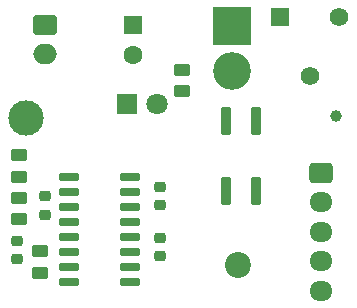
<source format=gbr>
%TF.GenerationSoftware,KiCad,Pcbnew,7.0.9-7.0.9~ubuntu22.04.1*%
%TF.CreationDate,2023-12-14T14:14:35+03:00*%
%TF.ProjectId,main-module,6d61696e-2d6d-46f6-9475-6c652e6b6963,rev?*%
%TF.SameCoordinates,Original*%
%TF.FileFunction,Soldermask,Top*%
%TF.FilePolarity,Negative*%
%FSLAX46Y46*%
G04 Gerber Fmt 4.6, Leading zero omitted, Abs format (unit mm)*
G04 Created by KiCad (PCBNEW 7.0.9-7.0.9~ubuntu22.04.1) date 2023-12-14 14:14:35*
%MOMM*%
%LPD*%
G01*
G04 APERTURE LIST*
G04 Aperture macros list*
%AMRoundRect*
0 Rectangle with rounded corners*
0 $1 Rounding radius*
0 $2 $3 $4 $5 $6 $7 $8 $9 X,Y pos of 4 corners*
0 Add a 4 corners polygon primitive as box body*
4,1,4,$2,$3,$4,$5,$6,$7,$8,$9,$2,$3,0*
0 Add four circle primitives for the rounded corners*
1,1,$1+$1,$2,$3*
1,1,$1+$1,$4,$5*
1,1,$1+$1,$6,$7*
1,1,$1+$1,$8,$9*
0 Add four rect primitives between the rounded corners*
20,1,$1+$1,$2,$3,$4,$5,0*
20,1,$1+$1,$4,$5,$6,$7,0*
20,1,$1+$1,$6,$7,$8,$9,0*
20,1,$1+$1,$8,$9,$2,$3,0*%
G04 Aperture macros list end*
%ADD10RoundRect,0.250000X-0.725000X0.600000X-0.725000X-0.600000X0.725000X-0.600000X0.725000X0.600000X0*%
%ADD11O,1.950000X1.700000*%
%ADD12RoundRect,0.225000X-0.250000X0.225000X-0.250000X-0.225000X0.250000X-0.225000X0.250000X0.225000X0*%
%ADD13R,3.200000X3.200000*%
%ADD14O,3.200000X3.200000*%
%ADD15R,1.560000X1.560000*%
%ADD16C,1.560000*%
%ADD17RoundRect,0.250000X-0.450000X0.262500X-0.450000X-0.262500X0.450000X-0.262500X0.450000X0.262500X0*%
%ADD18C,2.200000*%
%ADD19R,1.600000X1.600000*%
%ADD20C,1.600000*%
%ADD21RoundRect,0.250000X0.450000X-0.262500X0.450000X0.262500X-0.450000X0.262500X-0.450000X-0.262500X0*%
%ADD22C,1.000000*%
%ADD23C,3.000000*%
%ADD24RoundRect,0.225000X0.250000X-0.225000X0.250000X0.225000X-0.250000X0.225000X-0.250000X-0.225000X0*%
%ADD25R,1.800000X1.800000*%
%ADD26C,1.800000*%
%ADD27RoundRect,0.225000X-0.225000X-0.975000X0.225000X-0.975000X0.225000X0.975000X-0.225000X0.975000X0*%
%ADD28RoundRect,0.150000X-0.725000X-0.150000X0.725000X-0.150000X0.725000X0.150000X-0.725000X0.150000X0*%
%ADD29RoundRect,0.250000X-0.750000X0.600000X-0.750000X-0.600000X0.750000X-0.600000X0.750000X0.600000X0*%
%ADD30O,2.000000X1.700000*%
G04 APERTURE END LIST*
D10*
%TO.C,T1*%
X172550000Y-75687500D03*
D11*
X172550000Y-78187500D03*
X172550000Y-80687500D03*
X172550000Y-83187500D03*
X172550000Y-85687500D03*
%TD*%
D12*
%TO.C,C23*%
X146750000Y-81475000D03*
X146750000Y-83025000D03*
%TD*%
D13*
%TO.C,D4*%
X164950000Y-63315000D03*
D14*
X164950000Y-67125000D03*
%TD*%
D15*
%TO.C,RV2*%
X169050000Y-62547500D03*
D16*
X171550000Y-67547500D03*
X174050000Y-62547500D03*
%TD*%
D17*
%TO.C,R14*%
X146950000Y-77812500D03*
X146950000Y-79637500D03*
%TD*%
D18*
%TO.C,H1*%
X165500000Y-83500000D03*
%TD*%
D19*
%TO.C,C18*%
X156550000Y-63205121D03*
D20*
X156550000Y-65705121D03*
%TD*%
D12*
%TO.C,C25*%
X149150000Y-77712500D03*
X149150000Y-79262500D03*
%TD*%
D17*
%TO.C,R21*%
X160750000Y-66975000D03*
X160750000Y-68800000D03*
%TD*%
D21*
%TO.C,R15*%
X146950000Y-76050000D03*
X146950000Y-74225000D03*
%TD*%
D12*
%TO.C,C22*%
X158900000Y-81225000D03*
X158900000Y-82775000D03*
%TD*%
D22*
%TO.C,TP6*%
X173750000Y-70887500D03*
%TD*%
D23*
%TO.C,TP5*%
X147550000Y-71087500D03*
%TD*%
D24*
%TO.C,C21*%
X158900000Y-78462500D03*
X158900000Y-76912500D03*
%TD*%
D25*
%TO.C,D5*%
X156075000Y-69887500D03*
D26*
X158615000Y-69887500D03*
%TD*%
D27*
%TO.C,D6*%
X167000000Y-71287500D03*
X164500000Y-71287500D03*
X164500000Y-77287500D03*
X167000000Y-77287500D03*
%TD*%
D28*
%TO.C,U9*%
X151175000Y-76055000D03*
X151175000Y-77325000D03*
X151175000Y-78595000D03*
X151175000Y-79865000D03*
X151175000Y-81135000D03*
X151175000Y-82405000D03*
X151175000Y-83675000D03*
X151175000Y-84945000D03*
X156325000Y-84945000D03*
X156325000Y-83675000D03*
X156325000Y-82405000D03*
X156325000Y-81135000D03*
X156325000Y-79865000D03*
X156325000Y-78595000D03*
X156325000Y-77325000D03*
X156325000Y-76055000D03*
%TD*%
D17*
%TO.C,R13*%
X148750000Y-82337500D03*
X148750000Y-84162500D03*
%TD*%
D29*
%TO.C,J4*%
X149150000Y-63187500D03*
D30*
X149150000Y-65687500D03*
%TD*%
M02*

</source>
